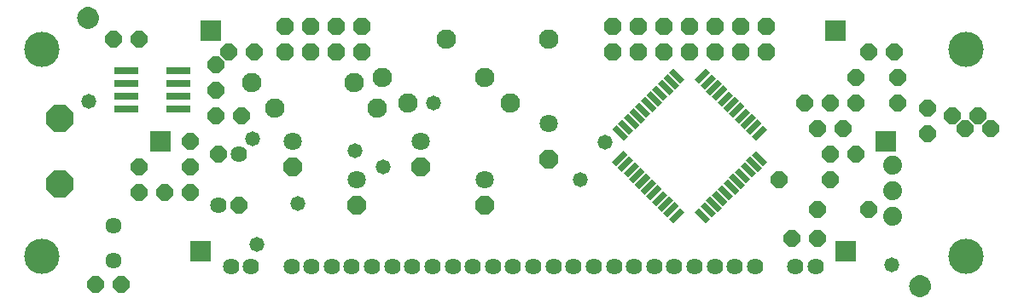
<source format=gbs>
G75*
G70*
%OFA0B0*%
%FSLAX24Y24*%
%IPPOS*%
%LPD*%
%AMOC8*
5,1,8,0,0,1.08239X$1,22.5*
%
%ADD10R,0.0946X0.0316*%
%ADD11OC8,0.0640*%
%ADD12C,0.0640*%
%ADD13C,0.1379*%
%ADD14OC8,0.0710*%
%ADD15C,0.0710*%
%ADD16C,0.0760*%
%ADD17C,0.0635*%
%ADD18OC8,0.1080*%
%ADD19C,0.0740*%
%ADD20OC8,0.0680*%
%ADD21R,0.0840X0.0840*%
%ADD22R,0.0630X0.0236*%
%ADD23C,0.0050*%
%ADD24C,0.0580*%
D10*
X005156Y007610D03*
X005156Y008110D03*
X005156Y008610D03*
X005156Y009110D03*
X007204Y009110D03*
X007204Y008610D03*
X007204Y008110D03*
X007204Y007610D03*
D11*
X003960Y000760D03*
X004960Y000760D03*
X009580Y003860D03*
X007680Y004360D03*
X006680Y004360D03*
X005680Y004360D03*
X005680Y005360D03*
X007680Y005360D03*
X008780Y005860D03*
X007680Y006360D03*
X008680Y007360D03*
X009680Y007360D03*
X008680Y008360D03*
X008680Y009360D03*
X009180Y009860D03*
X010180Y009860D03*
X005680Y010360D03*
X004680Y010360D03*
X030660Y004860D03*
X032660Y004860D03*
X032680Y005860D03*
X033680Y005860D03*
X036480Y006640D03*
X037930Y006830D03*
X038930Y006830D03*
X038430Y007330D03*
X037430Y007330D03*
X036480Y007640D03*
X035320Y007860D03*
X033680Y007860D03*
X032680Y007860D03*
X031680Y007860D03*
X033680Y008860D03*
X035320Y008860D03*
X035180Y009860D03*
X034180Y009860D03*
X033180Y006860D03*
X032180Y006860D03*
X032180Y003680D03*
X034180Y003680D03*
X032180Y002560D03*
X031180Y002560D03*
D12*
X031310Y001439D03*
X032097Y001439D03*
X029735Y001439D03*
X028948Y001439D03*
X028160Y001439D03*
X027373Y001439D03*
X026586Y001439D03*
X025798Y001439D03*
X025011Y001439D03*
X024223Y001439D03*
X023436Y001439D03*
X022649Y001439D03*
X021861Y001439D03*
X021074Y001439D03*
X020286Y001439D03*
X019499Y001439D03*
X018711Y001439D03*
X017924Y001439D03*
X017137Y001439D03*
X016349Y001439D03*
X015562Y001439D03*
X014774Y001439D03*
X013987Y001439D03*
X013200Y001439D03*
X012412Y001439D03*
X011625Y001439D03*
X010050Y001439D03*
X009263Y001439D03*
X008780Y003860D03*
X009580Y005860D03*
D13*
X001880Y001860D03*
X001880Y009960D03*
X037980Y009960D03*
X037980Y001860D03*
D14*
X021680Y005660D03*
X016680Y005360D03*
X011680Y005360D03*
X014180Y003860D03*
X019180Y003860D03*
D15*
X019180Y004860D03*
X016680Y006360D03*
X011680Y006360D03*
X014180Y004860D03*
X021680Y007060D03*
D16*
X020180Y007860D03*
X019180Y008860D03*
X016180Y007860D03*
X014980Y007660D03*
X014080Y008660D03*
X015180Y008860D03*
X010980Y007660D03*
X010080Y008660D03*
X017680Y010360D03*
X021680Y010360D03*
D17*
X004680Y003029D03*
X004680Y001691D03*
D18*
X002580Y004680D03*
X002580Y007240D03*
D19*
X035105Y005420D03*
X035105Y004420D03*
X035105Y003420D03*
D20*
X030180Y009860D03*
X029180Y009860D03*
X028180Y009860D03*
X027180Y009860D03*
X026180Y009860D03*
X025180Y009860D03*
X024180Y009860D03*
X024180Y010860D03*
X025180Y010860D03*
X026180Y010860D03*
X027180Y010860D03*
X028180Y010860D03*
X029180Y010860D03*
X030180Y010860D03*
X014380Y010860D03*
X013380Y010860D03*
X012380Y010860D03*
X011380Y010860D03*
X011380Y009860D03*
X012380Y009860D03*
X013380Y009860D03*
X014380Y009860D03*
D21*
X008475Y010691D03*
X006507Y006360D03*
X008082Y002029D03*
X033278Y002029D03*
X034853Y006360D03*
X032885Y010691D03*
D22*
G36*
X027375Y008769D02*
X027820Y009214D01*
X027987Y009047D01*
X027542Y008602D01*
X027375Y008769D01*
G37*
G36*
X027598Y008546D02*
X028043Y008991D01*
X028210Y008824D01*
X027765Y008379D01*
X027598Y008546D01*
G37*
G36*
X027821Y008324D02*
X028266Y008769D01*
X028433Y008602D01*
X027988Y008157D01*
X027821Y008324D01*
G37*
G36*
X028043Y008101D02*
X028488Y008546D01*
X028655Y008379D01*
X028210Y007934D01*
X028043Y008101D01*
G37*
G36*
X028266Y007878D02*
X028711Y008323D01*
X028878Y008156D01*
X028433Y007711D01*
X028266Y007878D01*
G37*
G36*
X028489Y007656D02*
X028934Y008101D01*
X029101Y007934D01*
X028656Y007489D01*
X028489Y007656D01*
G37*
G36*
X028711Y007433D02*
X029156Y007878D01*
X029323Y007711D01*
X028878Y007266D01*
X028711Y007433D01*
G37*
G36*
X028934Y007210D02*
X029379Y007655D01*
X029546Y007488D01*
X029101Y007043D01*
X028934Y007210D01*
G37*
G36*
X029157Y006988D02*
X029602Y007433D01*
X029769Y007266D01*
X029324Y006821D01*
X029157Y006988D01*
G37*
G36*
X029379Y006765D02*
X029824Y007210D01*
X029991Y007043D01*
X029546Y006598D01*
X029379Y006765D01*
G37*
G36*
X029602Y006542D02*
X030047Y006987D01*
X030214Y006820D01*
X029769Y006375D01*
X029602Y006542D01*
G37*
G36*
X029769Y005985D02*
X030214Y005540D01*
X030047Y005373D01*
X029602Y005818D01*
X029769Y005985D01*
G37*
G36*
X029546Y005762D02*
X029991Y005317D01*
X029824Y005150D01*
X029379Y005595D01*
X029546Y005762D01*
G37*
G36*
X029324Y005539D02*
X029769Y005094D01*
X029602Y004927D01*
X029157Y005372D01*
X029324Y005539D01*
G37*
G36*
X029101Y005317D02*
X029546Y004872D01*
X029379Y004705D01*
X028934Y005150D01*
X029101Y005317D01*
G37*
G36*
X028878Y005094D02*
X029323Y004649D01*
X029156Y004482D01*
X028711Y004927D01*
X028878Y005094D01*
G37*
G36*
X028656Y004871D02*
X029101Y004426D01*
X028934Y004259D01*
X028489Y004704D01*
X028656Y004871D01*
G37*
G36*
X028433Y004649D02*
X028878Y004204D01*
X028711Y004037D01*
X028266Y004482D01*
X028433Y004649D01*
G37*
G36*
X028210Y004426D02*
X028655Y003981D01*
X028488Y003814D01*
X028043Y004259D01*
X028210Y004426D01*
G37*
G36*
X027988Y004203D02*
X028433Y003758D01*
X028266Y003591D01*
X027821Y004036D01*
X027988Y004203D01*
G37*
G36*
X027765Y003981D02*
X028210Y003536D01*
X028043Y003369D01*
X027598Y003814D01*
X027765Y003981D01*
G37*
G36*
X026762Y003814D02*
X026317Y003369D01*
X026150Y003536D01*
X026595Y003981D01*
X026762Y003814D01*
G37*
G36*
X026539Y004036D02*
X026094Y003591D01*
X025927Y003758D01*
X026372Y004203D01*
X026539Y004036D01*
G37*
G36*
X026317Y004259D02*
X025872Y003814D01*
X025705Y003981D01*
X026150Y004426D01*
X026317Y004259D01*
G37*
G36*
X026094Y004482D02*
X025649Y004037D01*
X025482Y004204D01*
X025927Y004649D01*
X026094Y004482D01*
G37*
G36*
X025871Y004704D02*
X025426Y004259D01*
X025259Y004426D01*
X025704Y004871D01*
X025871Y004704D01*
G37*
G36*
X025649Y004927D02*
X025204Y004482D01*
X025037Y004649D01*
X025482Y005094D01*
X025649Y004927D01*
G37*
G36*
X025426Y005150D02*
X024981Y004705D01*
X024814Y004872D01*
X025259Y005317D01*
X025426Y005150D01*
G37*
G36*
X025203Y005372D02*
X024758Y004927D01*
X024591Y005094D01*
X025036Y005539D01*
X025203Y005372D01*
G37*
G36*
X024981Y005595D02*
X024536Y005150D01*
X024369Y005317D01*
X024814Y005762D01*
X024981Y005595D01*
G37*
G36*
X024758Y005818D02*
X024313Y005373D01*
X024146Y005540D01*
X024591Y005985D01*
X024758Y005818D01*
G37*
G36*
X024591Y006375D02*
X024146Y006820D01*
X024313Y006987D01*
X024758Y006542D01*
X024591Y006375D01*
G37*
G36*
X024814Y006598D02*
X024369Y007043D01*
X024536Y007210D01*
X024981Y006765D01*
X024814Y006598D01*
G37*
G36*
X025036Y006821D02*
X024591Y007266D01*
X024758Y007433D01*
X025203Y006988D01*
X025036Y006821D01*
G37*
G36*
X025259Y007043D02*
X024814Y007488D01*
X024981Y007655D01*
X025426Y007210D01*
X025259Y007043D01*
G37*
G36*
X025482Y007266D02*
X025037Y007711D01*
X025204Y007878D01*
X025649Y007433D01*
X025482Y007266D01*
G37*
G36*
X025704Y007489D02*
X025259Y007934D01*
X025426Y008101D01*
X025871Y007656D01*
X025704Y007489D01*
G37*
G36*
X025927Y007711D02*
X025482Y008156D01*
X025649Y008323D01*
X026094Y007878D01*
X025927Y007711D01*
G37*
G36*
X026150Y007934D02*
X025705Y008379D01*
X025872Y008546D01*
X026317Y008101D01*
X026150Y007934D01*
G37*
G36*
X026372Y008157D02*
X025927Y008602D01*
X026094Y008769D01*
X026539Y008324D01*
X026372Y008157D01*
G37*
G36*
X026595Y008379D02*
X026150Y008824D01*
X026317Y008991D01*
X026762Y008546D01*
X026595Y008379D01*
G37*
G36*
X026818Y008602D02*
X026373Y009047D01*
X026540Y009214D01*
X026985Y008769D01*
X026818Y008602D01*
G37*
G36*
X026985Y003591D02*
X026540Y003146D01*
X026373Y003313D01*
X026818Y003758D01*
X026985Y003591D01*
G37*
G36*
X027542Y003758D02*
X027987Y003313D01*
X027820Y003146D01*
X027375Y003591D01*
X027542Y003758D01*
G37*
D23*
X036112Y001068D02*
X036180Y001074D01*
X036248Y001068D01*
X036315Y001050D01*
X036377Y001021D01*
X036433Y000982D01*
X036482Y000933D01*
X036521Y000877D01*
X036550Y000815D01*
X036568Y000748D01*
X036574Y000680D01*
X036568Y000612D01*
X036550Y000545D01*
X036521Y000483D01*
X035839Y000483D01*
X035810Y000545D01*
X035792Y000612D01*
X035786Y000680D01*
X035792Y000748D01*
X035810Y000815D01*
X035839Y000877D01*
X035878Y000933D01*
X035927Y000982D01*
X035983Y001021D01*
X036045Y001050D01*
X036112Y001068D01*
X036102Y001065D02*
X036258Y001065D01*
X036383Y001017D02*
X035977Y001017D01*
X035913Y000968D02*
X036447Y000968D01*
X036491Y000920D02*
X035869Y000920D01*
X035836Y000871D02*
X036524Y000871D01*
X036546Y000823D02*
X035814Y000823D01*
X035799Y000774D02*
X036561Y000774D01*
X036570Y000726D02*
X035790Y000726D01*
X035787Y000677D02*
X036573Y000677D01*
X036569Y000629D02*
X035791Y000629D01*
X035801Y000580D02*
X036559Y000580D01*
X036544Y000532D02*
X035816Y000532D01*
X035839Y000483D02*
X035878Y000427D01*
X035927Y000378D01*
X035983Y000339D01*
X036045Y000310D01*
X036112Y000292D01*
X036180Y000286D01*
X036248Y000292D01*
X036315Y000310D01*
X036377Y000339D01*
X036433Y000378D01*
X036482Y000427D01*
X036521Y000483D01*
X036487Y000435D02*
X035873Y000435D01*
X035919Y000386D02*
X036441Y000386D01*
X036374Y000338D02*
X035986Y000338D01*
X036148Y000289D02*
X036212Y000289D01*
X003877Y010839D02*
X003815Y010810D01*
X003748Y010792D01*
X003680Y010786D01*
X003612Y010792D01*
X003545Y010810D01*
X003483Y010839D01*
X003427Y010878D01*
X003378Y010927D01*
X003339Y010983D01*
X003310Y011045D01*
X003292Y011112D01*
X003286Y011180D01*
X003292Y011248D01*
X003310Y011315D01*
X003339Y011377D01*
X003378Y011433D01*
X003427Y011482D01*
X003483Y011521D01*
X003545Y011550D01*
X003612Y011568D01*
X003680Y011574D01*
X003748Y011568D01*
X003815Y011550D01*
X003877Y011521D01*
X003933Y011482D01*
X003982Y011433D01*
X004021Y011377D01*
X004050Y011315D01*
X004068Y011248D01*
X004074Y011180D01*
X004068Y011112D01*
X004050Y011045D01*
X004021Y010983D01*
X003982Y010927D01*
X003933Y010878D01*
X003877Y010839D01*
X003910Y010862D02*
X003450Y010862D01*
X003395Y010911D02*
X003965Y010911D01*
X004004Y010959D02*
X003356Y010959D01*
X003328Y011008D02*
X004032Y011008D01*
X004053Y011056D02*
X003307Y011056D01*
X003294Y011105D02*
X004066Y011105D01*
X004071Y011153D02*
X003289Y011153D01*
X003288Y011202D02*
X004072Y011202D01*
X004067Y011250D02*
X003293Y011250D01*
X003306Y011299D02*
X004054Y011299D01*
X004035Y011347D02*
X003325Y011347D01*
X003352Y011396D02*
X004008Y011396D01*
X003971Y011444D02*
X003389Y011444D01*
X003443Y011493D02*
X003917Y011493D01*
X003834Y011541D02*
X003526Y011541D01*
X003538Y010814D02*
X003822Y010814D01*
D24*
X003700Y007900D03*
X010100Y006460D03*
X014100Y005980D03*
X015220Y005340D03*
X011860Y003900D03*
X010260Y002300D03*
X022900Y004860D03*
X023860Y006300D03*
X017180Y007860D03*
X035060Y001500D03*
M02*

</source>
